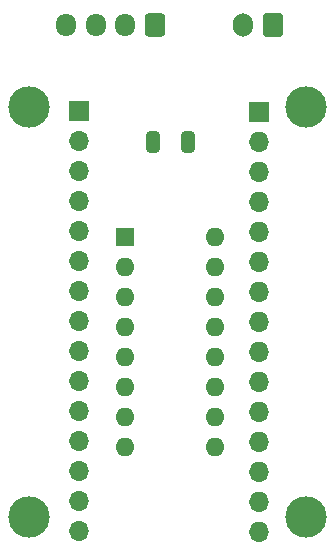
<source format=gbr>
%TF.GenerationSoftware,KiCad,Pcbnew,6.0.2+dfsg-1*%
%TF.CreationDate,2023-02-14T20:33:29-03:00*%
%TF.ProjectId,arduStep,61726475-5374-4657-902e-6b696361645f,rev?*%
%TF.SameCoordinates,Original*%
%TF.FileFunction,Soldermask,Top*%
%TF.FilePolarity,Negative*%
%FSLAX46Y46*%
G04 Gerber Fmt 4.6, Leading zero omitted, Abs format (unit mm)*
G04 Created by KiCad (PCBNEW 6.0.2+dfsg-1) date 2023-02-14 20:33:29*
%MOMM*%
%LPD*%
G01*
G04 APERTURE LIST*
G04 Aperture macros list*
%AMRoundRect*
0 Rectangle with rounded corners*
0 $1 Rounding radius*
0 $2 $3 $4 $5 $6 $7 $8 $9 X,Y pos of 4 corners*
0 Add a 4 corners polygon primitive as box body*
4,1,4,$2,$3,$4,$5,$6,$7,$8,$9,$2,$3,0*
0 Add four circle primitives for the rounded corners*
1,1,$1+$1,$2,$3*
1,1,$1+$1,$4,$5*
1,1,$1+$1,$6,$7*
1,1,$1+$1,$8,$9*
0 Add four rect primitives between the rounded corners*
20,1,$1+$1,$2,$3,$4,$5,0*
20,1,$1+$1,$4,$5,$6,$7,0*
20,1,$1+$1,$6,$7,$8,$9,0*
20,1,$1+$1,$8,$9,$2,$3,0*%
G04 Aperture macros list end*
%ADD10R,1.700000X1.700000*%
%ADD11O,1.700000X1.700000*%
%ADD12C,3.500000*%
%ADD13R,1.600000X1.600000*%
%ADD14O,1.600000X1.600000*%
%ADD15RoundRect,0.250000X0.600000X0.725000X-0.600000X0.725000X-0.600000X-0.725000X0.600000X-0.725000X0*%
%ADD16O,1.700000X1.950000*%
%ADD17RoundRect,0.250000X0.600000X0.750000X-0.600000X0.750000X-0.600000X-0.750000X0.600000X-0.750000X0*%
%ADD18O,1.700000X2.000000*%
%ADD19RoundRect,0.250000X0.325000X0.650000X-0.325000X0.650000X-0.325000X-0.650000X0.325000X-0.650000X0*%
G04 APERTURE END LIST*
D10*
%TO.C,REF\u002A\u002A*%
X164000000Y-67690000D03*
D11*
X164000000Y-70230000D03*
X164000000Y-72770000D03*
X164000000Y-75310000D03*
X164000000Y-77850000D03*
X164000000Y-80390000D03*
X164000000Y-82930000D03*
X164000000Y-85470000D03*
X164000000Y-88010000D03*
X164000000Y-90550000D03*
X164000000Y-93090000D03*
X164000000Y-95630000D03*
X164000000Y-98170000D03*
X164000000Y-100710000D03*
X164000000Y-103250000D03*
%TD*%
D12*
%TO.C,2.2mm*%
X144500000Y-102000000D03*
%TD*%
%TO.C,2.2mm*%
X168000000Y-102000000D03*
%TD*%
%TO.C,2.2mm*%
X144500000Y-67250000D03*
%TD*%
%TO.C,2.2mm*%
X168000000Y-67250000D03*
%TD*%
D10*
%TO.C,REF\u002A\u002A*%
X148760000Y-67600000D03*
D11*
X148760000Y-70140000D03*
X148760000Y-72680000D03*
X148760000Y-75220000D03*
X148760000Y-77760000D03*
X148760000Y-80300000D03*
X148760000Y-82840000D03*
X148760000Y-85380000D03*
X148760000Y-87920000D03*
X148760000Y-90460000D03*
X148760000Y-93000000D03*
X148760000Y-95540000D03*
X148760000Y-98080000D03*
X148760000Y-100620000D03*
X148760000Y-103160000D03*
%TD*%
D13*
%TO.C,U1*%
X152630000Y-78260000D03*
D14*
X152630000Y-80800000D03*
X152630000Y-83340000D03*
X152630000Y-85880000D03*
X152630000Y-88420000D03*
X152630000Y-90960000D03*
X152630000Y-93500000D03*
X152630000Y-96040000D03*
X160250000Y-96040000D03*
X160250000Y-93500000D03*
X160250000Y-90960000D03*
X160250000Y-88420000D03*
X160250000Y-85880000D03*
X160250000Y-83340000D03*
X160250000Y-80800000D03*
X160250000Y-78260000D03*
%TD*%
D15*
%TO.C,J1*%
X155180000Y-60360000D03*
D16*
X152680000Y-60360000D03*
X150180000Y-60360000D03*
X147680000Y-60360000D03*
%TD*%
D14*
%TO.C,A1*%
X164000000Y-67600000D03*
X164000000Y-70140000D03*
X164000000Y-72680000D03*
X164000000Y-75220000D03*
X164000000Y-77760000D03*
X164000000Y-80300000D03*
X164000000Y-82840000D03*
X164000000Y-85380000D03*
X164000000Y-87920000D03*
X164000000Y-90460000D03*
X164000000Y-93000000D03*
X164000000Y-95540000D03*
X164000000Y-98080000D03*
X164000000Y-100620000D03*
X164000000Y-103160000D03*
X148760000Y-103160000D03*
X148760000Y-100620000D03*
X148760000Y-98080000D03*
X148760000Y-95540000D03*
X148760000Y-93000000D03*
X148760000Y-90460000D03*
X148760000Y-87920000D03*
X148760000Y-85380000D03*
X148760000Y-82840000D03*
X148760000Y-80300000D03*
X148760000Y-77760000D03*
X148760000Y-75220000D03*
X148760000Y-72680000D03*
X148760000Y-70140000D03*
D13*
X148760000Y-67600000D03*
%TD*%
D17*
%TO.C,J2*%
X165180000Y-60360000D03*
D18*
X162680000Y-60360000D03*
%TD*%
D19*
%TO.C,C1*%
X158000000Y-70250000D03*
X155050000Y-70250000D03*
%TD*%
M02*

</source>
